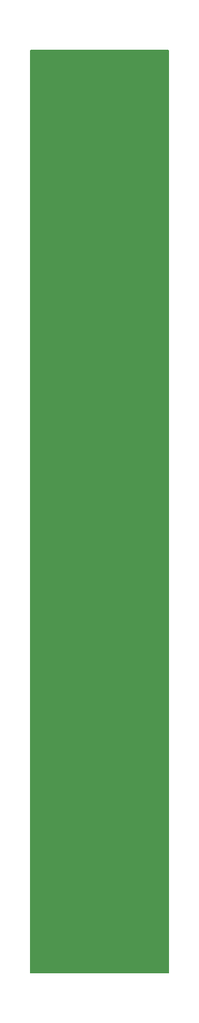
<source format=gbr>
%TF.GenerationSoftware,KiCad,Pcbnew,8.0.0*%
%TF.CreationDate,2024-06-15T01:20:11+02:00*%
%TF.ProjectId,feitw_panel,66656974-775f-4706-916e-656c2e6b6963,rev?*%
%TF.SameCoordinates,Original*%
%TF.FileFunction,Copper,L1,Top*%
%TF.FilePolarity,Positive*%
%FSLAX46Y46*%
G04 Gerber Fmt 4.6, Leading zero omitted, Abs format (unit mm)*
G04 Created by KiCad (PCBNEW 8.0.0) date 2024-06-15 01:20:11*
%MOMM*%
%LPD*%
G01*
G04 APERTURE LIST*
%TA.AperFunction,ViaPad*%
%ADD10C,4.000000*%
%TD*%
%TA.AperFunction,ViaPad*%
%ADD11C,8.000000*%
%TD*%
%TA.AperFunction,ViaPad*%
%ADD12C,7.000000*%
%TD*%
G04 APERTURE END LIST*
D10*
%TO.N,GND*%
X125650000Y-31500000D03*
X125650000Y-154000000D03*
X135595000Y-132750000D03*
D11*
X128360000Y-52750000D03*
X128360000Y-72750000D03*
X128360000Y-92750000D03*
X128360000Y-112750000D03*
D12*
X128347300Y-127750000D03*
X128347300Y-137750000D03*
%TD*%
%TA.AperFunction,Conductor*%
%TO.N,GND*%
G36*
X137912539Y-29044785D02*
G01*
X137958294Y-29097589D01*
X137969500Y-29149100D01*
X137969500Y-156325500D01*
X137949815Y-156392539D01*
X137897011Y-156438294D01*
X137845500Y-156449500D01*
X118874500Y-156449500D01*
X118807461Y-156429815D01*
X118761706Y-156377011D01*
X118750500Y-156325500D01*
X118750500Y-29149100D01*
X118770185Y-29082061D01*
X118822989Y-29036306D01*
X118874500Y-29025100D01*
X137845500Y-29025100D01*
X137912539Y-29044785D01*
G37*
%TD.AperFunction*%
%TD*%
M02*

</source>
